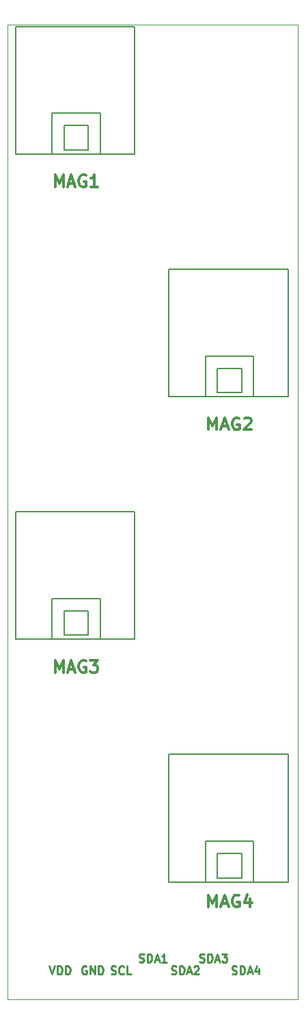
<source format=gto>
G04 (created by PCBNEW (2013-07-07 BZR 4022)-stable) date 10/26/2015 6:46:51 PM*
%MOIN*%
G04 Gerber Fmt 3.4, Leading zero omitted, Abs format*
%FSLAX34Y34*%
G01*
G70*
G90*
G04 APERTURE LIST*
%ADD10C,0.00590551*%
%ADD11C,0.00984252*%
%ADD12C,0.011811*%
%ADD13C,0.00393701*%
G04 APERTURE END LIST*
G54D10*
G54D11*
X85554Y-91872D02*
X85611Y-91891D01*
X85704Y-91891D01*
X85742Y-91872D01*
X85761Y-91854D01*
X85779Y-91816D01*
X85779Y-91779D01*
X85761Y-91741D01*
X85742Y-91722D01*
X85704Y-91704D01*
X85629Y-91685D01*
X85592Y-91666D01*
X85573Y-91647D01*
X85554Y-91610D01*
X85554Y-91572D01*
X85573Y-91535D01*
X85592Y-91516D01*
X85629Y-91497D01*
X85723Y-91497D01*
X85779Y-91516D01*
X85948Y-91891D02*
X85948Y-91497D01*
X86042Y-91497D01*
X86098Y-91516D01*
X86136Y-91554D01*
X86154Y-91591D01*
X86173Y-91666D01*
X86173Y-91722D01*
X86154Y-91797D01*
X86136Y-91835D01*
X86098Y-91872D01*
X86042Y-91891D01*
X85948Y-91891D01*
X86323Y-91779D02*
X86511Y-91779D01*
X86286Y-91891D02*
X86417Y-91497D01*
X86548Y-91891D01*
X86848Y-91629D02*
X86848Y-91891D01*
X86754Y-91479D02*
X86661Y-91760D01*
X86904Y-91760D01*
X83980Y-91282D02*
X84036Y-91301D01*
X84130Y-91301D01*
X84167Y-91282D01*
X84186Y-91263D01*
X84205Y-91226D01*
X84205Y-91188D01*
X84186Y-91151D01*
X84167Y-91132D01*
X84130Y-91113D01*
X84055Y-91094D01*
X84017Y-91076D01*
X83998Y-91057D01*
X83980Y-91019D01*
X83980Y-90982D01*
X83998Y-90944D01*
X84017Y-90926D01*
X84055Y-90907D01*
X84148Y-90907D01*
X84205Y-90926D01*
X84373Y-91301D02*
X84373Y-90907D01*
X84467Y-90907D01*
X84523Y-90926D01*
X84561Y-90963D01*
X84580Y-91001D01*
X84598Y-91076D01*
X84598Y-91132D01*
X84580Y-91207D01*
X84561Y-91244D01*
X84523Y-91282D01*
X84467Y-91301D01*
X84373Y-91301D01*
X84748Y-91188D02*
X84936Y-91188D01*
X84711Y-91301D02*
X84842Y-90907D01*
X84973Y-91301D01*
X85067Y-90907D02*
X85311Y-90907D01*
X85179Y-91057D01*
X85236Y-91057D01*
X85273Y-91076D01*
X85292Y-91094D01*
X85311Y-91132D01*
X85311Y-91226D01*
X85292Y-91263D01*
X85273Y-91282D01*
X85236Y-91301D01*
X85123Y-91301D01*
X85086Y-91282D01*
X85067Y-91263D01*
X82602Y-91872D02*
X82658Y-91891D01*
X82752Y-91891D01*
X82789Y-91872D01*
X82808Y-91854D01*
X82827Y-91816D01*
X82827Y-91779D01*
X82808Y-91741D01*
X82789Y-91722D01*
X82752Y-91704D01*
X82677Y-91685D01*
X82639Y-91666D01*
X82620Y-91647D01*
X82602Y-91610D01*
X82602Y-91572D01*
X82620Y-91535D01*
X82639Y-91516D01*
X82677Y-91497D01*
X82770Y-91497D01*
X82827Y-91516D01*
X82995Y-91891D02*
X82995Y-91497D01*
X83089Y-91497D01*
X83145Y-91516D01*
X83183Y-91554D01*
X83202Y-91591D01*
X83220Y-91666D01*
X83220Y-91722D01*
X83202Y-91797D01*
X83183Y-91835D01*
X83145Y-91872D01*
X83089Y-91891D01*
X82995Y-91891D01*
X83370Y-91779D02*
X83558Y-91779D01*
X83333Y-91891D02*
X83464Y-91497D01*
X83595Y-91891D01*
X83708Y-91535D02*
X83727Y-91516D01*
X83764Y-91497D01*
X83858Y-91497D01*
X83895Y-91516D01*
X83914Y-91535D01*
X83933Y-91572D01*
X83933Y-91610D01*
X83914Y-91666D01*
X83689Y-91891D01*
X83933Y-91891D01*
X81027Y-91282D02*
X81083Y-91301D01*
X81177Y-91301D01*
X81214Y-91282D01*
X81233Y-91263D01*
X81252Y-91226D01*
X81252Y-91188D01*
X81233Y-91151D01*
X81214Y-91132D01*
X81177Y-91113D01*
X81102Y-91094D01*
X81064Y-91076D01*
X81046Y-91057D01*
X81027Y-91019D01*
X81027Y-90982D01*
X81046Y-90944D01*
X81064Y-90926D01*
X81102Y-90907D01*
X81196Y-90907D01*
X81252Y-90926D01*
X81421Y-91301D02*
X81421Y-90907D01*
X81514Y-90907D01*
X81571Y-90926D01*
X81608Y-90963D01*
X81627Y-91001D01*
X81646Y-91076D01*
X81646Y-91132D01*
X81627Y-91207D01*
X81608Y-91244D01*
X81571Y-91282D01*
X81514Y-91301D01*
X81421Y-91301D01*
X81796Y-91188D02*
X81983Y-91188D01*
X81758Y-91301D02*
X81889Y-90907D01*
X82020Y-91301D01*
X82358Y-91301D02*
X82133Y-91301D01*
X82245Y-91301D02*
X82245Y-90907D01*
X82208Y-90963D01*
X82170Y-91001D01*
X82133Y-91019D01*
X79649Y-91872D02*
X79705Y-91891D01*
X79799Y-91891D01*
X79836Y-91872D01*
X79855Y-91854D01*
X79874Y-91816D01*
X79874Y-91779D01*
X79855Y-91741D01*
X79836Y-91722D01*
X79799Y-91704D01*
X79724Y-91685D01*
X79686Y-91666D01*
X79668Y-91647D01*
X79649Y-91610D01*
X79649Y-91572D01*
X79668Y-91535D01*
X79686Y-91516D01*
X79724Y-91497D01*
X79818Y-91497D01*
X79874Y-91516D01*
X80268Y-91854D02*
X80249Y-91872D01*
X80193Y-91891D01*
X80155Y-91891D01*
X80099Y-91872D01*
X80061Y-91835D01*
X80043Y-91797D01*
X80024Y-91722D01*
X80024Y-91666D01*
X80043Y-91591D01*
X80061Y-91554D01*
X80099Y-91516D01*
X80155Y-91497D01*
X80193Y-91497D01*
X80249Y-91516D01*
X80268Y-91535D01*
X80624Y-91891D02*
X80436Y-91891D01*
X80436Y-91497D01*
X78440Y-91516D02*
X78402Y-91497D01*
X78346Y-91497D01*
X78290Y-91516D01*
X78252Y-91554D01*
X78233Y-91591D01*
X78215Y-91666D01*
X78215Y-91722D01*
X78233Y-91797D01*
X78252Y-91835D01*
X78290Y-91872D01*
X78346Y-91891D01*
X78383Y-91891D01*
X78440Y-91872D01*
X78458Y-91854D01*
X78458Y-91722D01*
X78383Y-91722D01*
X78627Y-91891D02*
X78627Y-91497D01*
X78852Y-91891D01*
X78852Y-91497D01*
X79040Y-91891D02*
X79040Y-91497D01*
X79133Y-91497D01*
X79190Y-91516D01*
X79227Y-91554D01*
X79246Y-91591D01*
X79265Y-91666D01*
X79265Y-91722D01*
X79246Y-91797D01*
X79227Y-91835D01*
X79190Y-91872D01*
X79133Y-91891D01*
X79040Y-91891D01*
X76640Y-91497D02*
X76771Y-91891D01*
X76902Y-91497D01*
X77034Y-91891D02*
X77034Y-91497D01*
X77127Y-91497D01*
X77184Y-91516D01*
X77221Y-91554D01*
X77240Y-91591D01*
X77259Y-91666D01*
X77259Y-91722D01*
X77240Y-91797D01*
X77221Y-91835D01*
X77184Y-91872D01*
X77127Y-91891D01*
X77034Y-91891D01*
X77427Y-91891D02*
X77427Y-91497D01*
X77521Y-91497D01*
X77577Y-91516D01*
X77615Y-91554D01*
X77634Y-91591D01*
X77652Y-91666D01*
X77652Y-91722D01*
X77634Y-91797D01*
X77615Y-91835D01*
X77577Y-91872D01*
X77521Y-91891D01*
X77427Y-91891D01*
G54D12*
X84406Y-88624D02*
X84406Y-88034D01*
X84603Y-88456D01*
X84800Y-88034D01*
X84800Y-88624D01*
X85053Y-88456D02*
X85334Y-88456D01*
X84997Y-88624D02*
X85194Y-88034D01*
X85390Y-88624D01*
X85897Y-88062D02*
X85840Y-88034D01*
X85756Y-88034D01*
X85672Y-88062D01*
X85615Y-88118D01*
X85587Y-88174D01*
X85559Y-88287D01*
X85559Y-88371D01*
X85587Y-88484D01*
X85615Y-88540D01*
X85672Y-88596D01*
X85756Y-88624D01*
X85812Y-88624D01*
X85897Y-88596D01*
X85925Y-88568D01*
X85925Y-88371D01*
X85812Y-88371D01*
X86431Y-88231D02*
X86431Y-88624D01*
X86290Y-88006D02*
X86150Y-88428D01*
X86515Y-88428D01*
X76926Y-77207D02*
X76926Y-76616D01*
X77123Y-77038D01*
X77320Y-76616D01*
X77320Y-77207D01*
X77573Y-77038D02*
X77854Y-77038D01*
X77516Y-77207D02*
X77713Y-76616D01*
X77910Y-77207D01*
X78416Y-76645D02*
X78360Y-76616D01*
X78276Y-76616D01*
X78191Y-76645D01*
X78135Y-76701D01*
X78107Y-76757D01*
X78079Y-76870D01*
X78079Y-76954D01*
X78107Y-77066D01*
X78135Y-77123D01*
X78191Y-77179D01*
X78276Y-77207D01*
X78332Y-77207D01*
X78416Y-77179D01*
X78444Y-77151D01*
X78444Y-76954D01*
X78332Y-76954D01*
X78641Y-76616D02*
X79007Y-76616D01*
X78810Y-76841D01*
X78894Y-76841D01*
X78951Y-76870D01*
X78979Y-76898D01*
X79007Y-76954D01*
X79007Y-77095D01*
X78979Y-77151D01*
X78951Y-77179D01*
X78894Y-77207D01*
X78726Y-77207D01*
X78669Y-77179D01*
X78641Y-77151D01*
X84406Y-65396D02*
X84406Y-64805D01*
X84603Y-65227D01*
X84800Y-64805D01*
X84800Y-65396D01*
X85053Y-65227D02*
X85334Y-65227D01*
X84997Y-65396D02*
X85194Y-64805D01*
X85390Y-65396D01*
X85897Y-64834D02*
X85840Y-64805D01*
X85756Y-64805D01*
X85672Y-64834D01*
X85615Y-64890D01*
X85587Y-64946D01*
X85559Y-65059D01*
X85559Y-65143D01*
X85587Y-65255D01*
X85615Y-65312D01*
X85672Y-65368D01*
X85756Y-65396D01*
X85812Y-65396D01*
X85897Y-65368D01*
X85925Y-65340D01*
X85925Y-65143D01*
X85812Y-65143D01*
X86150Y-64862D02*
X86178Y-64834D01*
X86234Y-64805D01*
X86375Y-64805D01*
X86431Y-64834D01*
X86459Y-64862D01*
X86487Y-64918D01*
X86487Y-64974D01*
X86459Y-65059D01*
X86122Y-65396D01*
X86487Y-65396D01*
X76926Y-53585D02*
X76926Y-52994D01*
X77123Y-53416D01*
X77320Y-52994D01*
X77320Y-53585D01*
X77573Y-53416D02*
X77854Y-53416D01*
X77516Y-53585D02*
X77713Y-52994D01*
X77910Y-53585D01*
X78416Y-53023D02*
X78360Y-52994D01*
X78276Y-52994D01*
X78191Y-53023D01*
X78135Y-53079D01*
X78107Y-53135D01*
X78079Y-53248D01*
X78079Y-53332D01*
X78107Y-53444D01*
X78135Y-53501D01*
X78191Y-53557D01*
X78276Y-53585D01*
X78332Y-53585D01*
X78416Y-53557D01*
X78444Y-53529D01*
X78444Y-53332D01*
X78332Y-53332D01*
X79007Y-53585D02*
X78669Y-53585D01*
X78838Y-53585D02*
X78838Y-52994D01*
X78782Y-53079D01*
X78726Y-53135D01*
X78669Y-53163D01*
G54D13*
X74606Y-93110D02*
X74803Y-93110D01*
X74606Y-45669D02*
X74606Y-93110D01*
X74803Y-45669D02*
X74606Y-45669D01*
X74803Y-45669D02*
X88582Y-45669D01*
X88779Y-93110D02*
X88582Y-93110D01*
X88779Y-45669D02*
X88779Y-93110D01*
X88582Y-45669D02*
X88779Y-45669D01*
X74803Y-93110D02*
X88582Y-93110D01*
G54D10*
X76771Y-50000D02*
X79133Y-50000D01*
X79133Y-50000D02*
X79133Y-51968D01*
X79133Y-51968D02*
X76771Y-51968D01*
X76771Y-51968D02*
X76771Y-50000D01*
X77952Y-51968D02*
X80807Y-51968D01*
X80807Y-51968D02*
X80807Y-45767D01*
X80807Y-45767D02*
X75000Y-45767D01*
X75000Y-45767D02*
X75000Y-51968D01*
X75000Y-51968D02*
X78051Y-51968D01*
X77362Y-50590D02*
X78543Y-50590D01*
X78543Y-50590D02*
X78543Y-51771D01*
X78543Y-51771D02*
X77362Y-51771D01*
X77362Y-51771D02*
X77362Y-50590D01*
X77362Y-50590D02*
X77362Y-50787D01*
X76771Y-73622D02*
X79133Y-73622D01*
X79133Y-73622D02*
X79133Y-75590D01*
X79133Y-75590D02*
X76771Y-75590D01*
X76771Y-75590D02*
X76771Y-73622D01*
X77952Y-75590D02*
X80807Y-75590D01*
X80807Y-75590D02*
X80807Y-69389D01*
X80807Y-69389D02*
X75000Y-69389D01*
X75000Y-69389D02*
X75000Y-75590D01*
X75000Y-75590D02*
X78051Y-75590D01*
X77362Y-74212D02*
X78543Y-74212D01*
X78543Y-74212D02*
X78543Y-75393D01*
X78543Y-75393D02*
X77362Y-75393D01*
X77362Y-75393D02*
X77362Y-74212D01*
X77362Y-74212D02*
X77362Y-74409D01*
X84251Y-61811D02*
X86614Y-61811D01*
X86614Y-61811D02*
X86614Y-63779D01*
X86614Y-63779D02*
X84251Y-63779D01*
X84251Y-63779D02*
X84251Y-61811D01*
X85433Y-63779D02*
X88287Y-63779D01*
X88287Y-63779D02*
X88287Y-57578D01*
X88287Y-57578D02*
X82480Y-57578D01*
X82480Y-57578D02*
X82480Y-63779D01*
X82480Y-63779D02*
X85531Y-63779D01*
X84842Y-62401D02*
X86023Y-62401D01*
X86023Y-62401D02*
X86023Y-63582D01*
X86023Y-63582D02*
X84842Y-63582D01*
X84842Y-63582D02*
X84842Y-62401D01*
X84842Y-62401D02*
X84842Y-62598D01*
X84251Y-85433D02*
X86614Y-85433D01*
X86614Y-85433D02*
X86614Y-87401D01*
X86614Y-87401D02*
X84251Y-87401D01*
X84251Y-87401D02*
X84251Y-85433D01*
X85433Y-87401D02*
X88287Y-87401D01*
X88287Y-87401D02*
X88287Y-81200D01*
X88287Y-81200D02*
X82480Y-81200D01*
X82480Y-81200D02*
X82480Y-87401D01*
X82480Y-87401D02*
X85531Y-87401D01*
X84842Y-86023D02*
X86023Y-86023D01*
X86023Y-86023D02*
X86023Y-87204D01*
X86023Y-87204D02*
X84842Y-87204D01*
X84842Y-87204D02*
X84842Y-86023D01*
X84842Y-86023D02*
X84842Y-86220D01*
M02*

</source>
